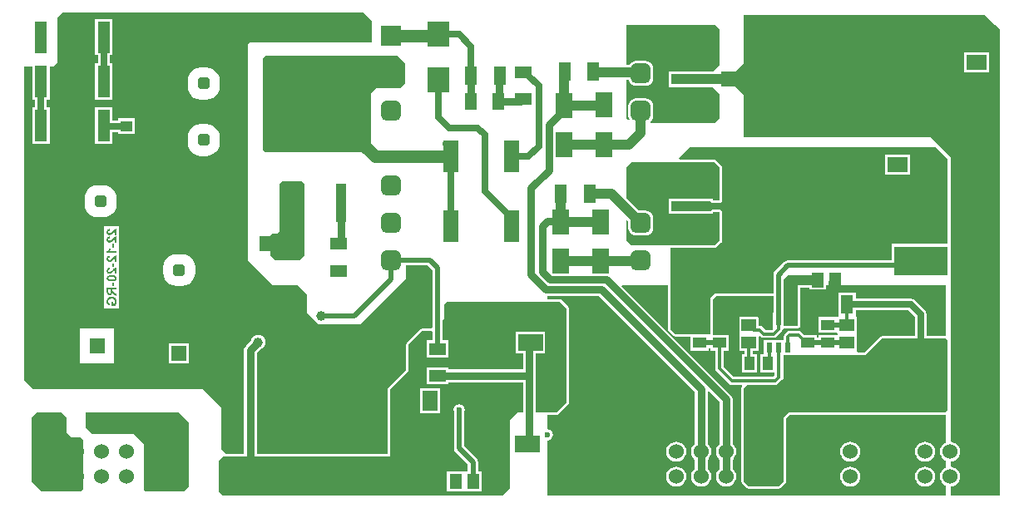
<source format=gbl>
G04*
G04 #@! TF.GenerationSoftware,Altium Limited,Altium Designer,21.0.8 (223)*
G04*
G04 Layer_Physical_Order=2*
G04 Layer_Color=16711680*
%FSLAX25Y25*%
%MOIN*%
G70*
G04*
G04 #@! TF.SameCoordinates,69C0B9D3-FBD4-4362-9A55-93ED3D7BB453*
G04*
G04*
G04 #@! TF.FilePolarity,Positive*
G04*
G01*
G75*
%ADD20R,0.21260X0.11417*%
%ADD21R,0.40158X0.35827*%
%ADD27R,0.04134X0.05315*%
%ADD28R,0.05315X0.04134*%
%ADD29R,0.04921X0.05906*%
%ADD32R,0.06890X0.04921*%
%ADD33R,0.04921X0.06890*%
%ADD66C,0.02000*%
%ADD68C,0.03000*%
%ADD70C,0.01200*%
%ADD71C,0.02953*%
%ADD72C,0.01968*%
%ADD73C,0.02500*%
%ADD74C,0.04724*%
G04:AMPARAMS|DCode=75|XSize=47.24mil|YSize=47.24mil|CornerRadius=11.81mil|HoleSize=0mil|Usage=FLASHONLY|Rotation=90.000|XOffset=0mil|YOffset=0mil|HoleType=Round|Shape=RoundedRectangle|*
%AMROUNDEDRECTD75*
21,1,0.04724,0.02362,0,0,90.0*
21,1,0.02362,0.04724,0,0,90.0*
1,1,0.02362,0.01181,0.01181*
1,1,0.02362,0.01181,-0.01181*
1,1,0.02362,-0.01181,-0.01181*
1,1,0.02362,-0.01181,0.01181*
%
%ADD75ROUNDEDRECTD75*%
%ADD76C,0.06000*%
%ADD77R,0.06000X0.06000*%
%ADD78R,0.07874X0.07874*%
G04:AMPARAMS|DCode=79|XSize=78.74mil|YSize=78.74mil|CornerRadius=19.68mil|HoleSize=0mil|Usage=FLASHONLY|Rotation=90.000|XOffset=0mil|YOffset=0mil|HoleType=Round|Shape=RoundedRectangle|*
%AMROUNDEDRECTD79*
21,1,0.07874,0.03937,0,0,90.0*
21,1,0.03937,0.07874,0,0,90.0*
1,1,0.03937,0.01968,0.01968*
1,1,0.03937,0.01968,-0.01968*
1,1,0.03937,-0.01968,-0.01968*
1,1,0.03937,-0.01968,0.01968*
%
%ADD79ROUNDEDRECTD79*%
%ADD80R,0.05906X0.05906*%
%ADD81C,0.05906*%
%ADD82C,0.03150*%
%ADD83R,0.05906X0.05906*%
G04:AMPARAMS|DCode=84|XSize=47.24mil|YSize=47.24mil|CornerRadius=11.81mil|HoleSize=0mil|Usage=FLASHONLY|Rotation=0.000|XOffset=0mil|YOffset=0mil|HoleType=Round|Shape=RoundedRectangle|*
%AMROUNDEDRECTD84*
21,1,0.04724,0.02362,0,0,0.0*
21,1,0.02362,0.04724,0,0,0.0*
1,1,0.02362,0.01181,-0.01181*
1,1,0.02362,-0.01181,-0.01181*
1,1,0.02362,-0.01181,0.01181*
1,1,0.02362,0.01181,0.01181*
%
%ADD84ROUNDEDRECTD84*%
%ADD85C,0.02362*%
%ADD86C,0.03937*%
%ADD87C,0.05000*%
%ADD88R,0.04900X0.12500*%
%ADD89R,0.06000X0.08000*%
%ADD90R,0.08000X0.06000*%
%ADD91R,0.04724X0.04331*%
%ADD92R,0.04134X0.15551*%
%ADD93R,0.09843X0.06693*%
%ADD94R,0.35827X0.40158*%
%ADD95R,0.15551X0.04134*%
%ADD96R,0.06693X0.09843*%
%ADD97R,0.04921X0.07284*%
%ADD98R,0.05984X0.12598*%
%ADD99R,0.08661X0.09843*%
%ADD100R,0.05906X0.04921*%
%ADD101R,0.13583X0.06496*%
%ADD102R,0.02362X0.03937*%
%ADD103C,0.05000*%
%ADD104C,0.03937*%
%ADD105C,0.04000*%
G36*
X448284Y410583D02*
Y396425D01*
X445532Y393673D01*
X427981D01*
Y387539D01*
X445532D01*
X448284Y384788D01*
Y375150D01*
X446315Y373181D01*
X420764D01*
X420594Y373681D01*
X420842Y373871D01*
X421318Y374491D01*
X421617Y375213D01*
X421719Y375988D01*
Y379925D01*
X421617Y380700D01*
X421318Y381422D01*
X420842Y382042D01*
X420222Y382518D01*
X419499Y382817D01*
X418725Y382919D01*
X414788D01*
X414013Y382817D01*
X413291Y382518D01*
X412670Y382042D01*
X412195Y381422D01*
X411896Y380700D01*
X411794Y379925D01*
Y375988D01*
X411896Y375213D01*
X412195Y374491D01*
X411781Y374251D01*
X410882Y375150D01*
Y390311D01*
X411883D01*
X411896Y390213D01*
X412195Y389491D01*
X412670Y388871D01*
X413291Y388395D01*
X414013Y388096D01*
X414788Y387994D01*
X418725D01*
X419499Y388096D01*
X420222Y388395D01*
X420842Y388871D01*
X421318Y389491D01*
X421617Y390213D01*
X421719Y390988D01*
Y394925D01*
X421617Y395700D01*
X421318Y396422D01*
X420842Y397042D01*
X420222Y397518D01*
X419499Y397817D01*
X418725Y397919D01*
X414788D01*
X414013Y397817D01*
X413291Y397518D01*
X412670Y397042D01*
X412195Y396422D01*
X412144Y396299D01*
X410882D01*
Y412551D01*
X446315D01*
X448284Y410583D01*
D02*
G37*
G36*
X308819Y414220D02*
Y405463D01*
X260093D01*
X259307Y404677D01*
Y318063D01*
X269150Y308221D01*
X278992D01*
X282929Y304284D01*
Y297199D01*
X287656Y292472D01*
X304583D01*
X322725Y310614D01*
Y315933D01*
X331410D01*
X333233Y314111D01*
Y291234D01*
X332625Y290626D01*
X329127D01*
X329127Y290626D01*
X328815D01*
X328737Y290548D01*
X328734Y290546D01*
X328731Y290546D01*
X328568Y290436D01*
X328406Y290327D01*
X328404Y290324D01*
X328401Y290322D01*
X323244Y285096D01*
X323158Y285038D01*
X323035Y284956D01*
X322814Y284626D01*
X322737Y284548D01*
Y284236D01*
Y274029D01*
X315673Y266965D01*
X315452Y266634D01*
X315374Y266557D01*
Y266244D01*
Y240342D01*
X262841D01*
Y280942D01*
X264270Y282371D01*
X264881Y282625D01*
X265502Y283100D01*
X265978Y283720D01*
X266277Y284442D01*
X266379Y285217D01*
X266277Y285992D01*
X265978Y286715D01*
X265502Y287335D01*
X264881Y287810D01*
X264159Y288110D01*
X263385Y288212D01*
X262610Y288110D01*
X261887Y287810D01*
X261267Y287335D01*
X260791Y286715D01*
X260492Y285992D01*
X260464Y285775D01*
X258489Y283800D01*
X257937Y282973D01*
X257743Y281998D01*
Y240342D01*
X250413D01*
X248481Y242275D01*
Y259008D01*
X241130Y266358D01*
X173217D01*
X169740Y269835D01*
Y395669D01*
X172976D01*
Y382514D01*
X174132D01*
Y379297D01*
X172976D01*
Y364797D01*
X179876D01*
Y379297D01*
X178720D01*
Y382514D01*
X179876D01*
Y395669D01*
X181315D01*
X183071Y397425D01*
Y415354D01*
X185039Y417473D01*
X305567D01*
X308819Y414220D01*
D02*
G37*
G36*
X322299Y396803D02*
Y388929D01*
X320331Y386961D01*
X310488D01*
X308615Y385088D01*
Y362500D01*
X307631Y361516D01*
X266293D01*
X265308Y362500D01*
Y398976D01*
X266233Y399902D01*
X319201D01*
X322299Y396803D01*
D02*
G37*
G36*
X448284Y355465D02*
Y342011D01*
X445532D01*
Y342784D01*
X427981D01*
Y336650D01*
X445532D01*
Y337422D01*
X448284D01*
Y325937D01*
X446315Y323969D01*
X412851D01*
X410882Y325937D01*
Y333943D01*
X411344Y334134D01*
X411794Y333685D01*
Y330988D01*
X411896Y330213D01*
X412195Y329491D01*
X412670Y328871D01*
X413291Y328395D01*
X414013Y328096D01*
X414788Y327994D01*
X418725D01*
X419499Y328096D01*
X420222Y328395D01*
X420842Y328871D01*
X421318Y329491D01*
X421617Y330213D01*
X421719Y330988D01*
Y334925D01*
X421617Y335700D01*
X421318Y336422D01*
X420842Y337042D01*
X420222Y337518D01*
X419499Y337817D01*
X418725Y337919D01*
X416028D01*
X410882Y343065D01*
Y355465D01*
X412851Y357433D01*
X446315D01*
X448284Y355465D01*
D02*
G37*
G36*
X539784Y358453D02*
Y324575D01*
X517362D01*
Y317997D01*
X475706D01*
X474925Y317842D01*
X474264Y317399D01*
X470464Y313599D01*
X470022Y312938D01*
X469867Y312783D01*
Y304850D01*
X446582D01*
X444626Y302894D01*
Y295244D01*
Y288535D01*
X430567D01*
X428599Y290504D01*
Y322949D01*
X446315D01*
X446705Y323026D01*
X447036Y323248D01*
X449005Y325216D01*
X449226Y325547D01*
X449303Y325937D01*
Y337422D01*
X449226Y337813D01*
X449005Y338143D01*
X448674Y338365D01*
X448284Y338442D01*
X445532D01*
X445142Y338365D01*
X444811Y338143D01*
X444590Y337813D01*
X444561Y337669D01*
X429000D01*
Y341764D01*
X444561D01*
X444590Y341620D01*
X444811Y341290D01*
X445142Y341069D01*
X445532Y340991D01*
X448284D01*
X448674Y341069D01*
X449005Y341290D01*
X449226Y341620D01*
X449303Y342011D01*
Y355465D01*
X449226Y355855D01*
X449005Y356186D01*
X447036Y358154D01*
X446705Y358375D01*
X446315Y358453D01*
X432240D01*
X432049Y358915D01*
X436473Y363338D01*
X534898D01*
X539784Y358453D01*
D02*
G37*
G36*
X281945Y348575D02*
Y320032D01*
X279977Y318063D01*
X270134D01*
Y318063D01*
X268166Y320032D01*
Y327906D01*
X269150Y328890D01*
X271118D01*
X272103Y329874D01*
Y348575D01*
X273087Y349559D01*
X280961D01*
X281945Y348575D01*
D02*
G37*
G36*
X487654Y308220D02*
X480275D01*
X479780Y308221D01*
X479777Y308217D01*
X479777Y307722D01*
X479777Y291869D01*
X474092D01*
X474087Y291875D01*
Y310402D01*
X475843Y312158D01*
X487654D01*
Y308220D01*
D02*
G37*
G36*
X538835Y287586D02*
X531286D01*
Y296410D01*
X531112Y297287D01*
X530615Y298032D01*
X526678Y301969D01*
X525933Y302466D01*
X525055Y302641D01*
X502827D01*
Y304988D01*
X495906D01*
Y295705D01*
X495903Y295703D01*
X495512Y295441D01*
X495089Y295244D01*
X487933D01*
Y289110D01*
X495248D01*
X495512Y288720D01*
Y288351D01*
X495248Y287961D01*
X487933D01*
Y286933D01*
X487374D01*
Y287961D01*
X482459D01*
X481082Y289337D01*
X480553Y289691D01*
X479929Y289815D01*
X476349D01*
X475725Y289691D01*
X475195Y289337D01*
X474492Y288634D01*
X474139Y288105D01*
X474015Y287481D01*
Y286090D01*
X465984D01*
Y280382D01*
X464607D01*
Y273067D01*
X470274D01*
Y271794D01*
X469797Y271316D01*
X454030D01*
X449915Y275432D01*
Y281827D01*
X451941D01*
Y287961D01*
X446000D01*
X445631Y288461D01*
X445646Y288535D01*
Y295244D01*
Y302471D01*
X447005Y303830D01*
X469867D01*
Y296917D01*
X469725D01*
Y290980D01*
X469725Y290980D01*
X469725D01*
X469606Y290511D01*
X469261Y290167D01*
X466676D01*
X465569Y291273D01*
X465040Y291627D01*
X464416Y291751D01*
X464047D01*
Y295441D01*
X456142D01*
Y288520D01*
Y281630D01*
X458463D01*
Y280382D01*
X457323D01*
Y273067D01*
X463457D01*
Y280382D01*
X461726D01*
Y281630D01*
X464047D01*
Y287528D01*
X464509Y287719D01*
X464847Y287382D01*
X465376Y287028D01*
X466000Y286904D01*
X469937D01*
X470562Y287028D01*
X471091Y287382D01*
X473059Y289350D01*
X473413Y289880D01*
X473534Y290490D01*
X473541Y290506D01*
X474037Y290861D01*
X474092Y290850D01*
X479777D01*
X480167Y290928D01*
X480498Y291148D01*
X480719Y291479D01*
X480796Y291869D01*
X480796Y307201D01*
X484193D01*
Y306236D01*
X491114D01*
Y308220D01*
X538835D01*
Y287586D01*
D02*
G37*
G36*
X526698Y295459D02*
Y287586D01*
X513244D01*
X512854Y287509D01*
X512523Y287288D01*
X506409Y281173D01*
X503522D01*
X503417Y281630D01*
X503417D01*
Y288520D01*
Y295441D01*
X503218D01*
X502827Y295705D01*
Y298052D01*
X524105D01*
X526698Y295459D01*
D02*
G37*
G36*
X386866Y298772D02*
Y260977D01*
X382929Y257039D01*
X374596D01*
Y271693D01*
Y280760D01*
X378426D01*
Y289453D01*
X366583D01*
Y280760D01*
X369498D01*
Y274242D01*
X339701D01*
Y275154D01*
X330811D01*
Y268232D01*
X339701D01*
Y269144D01*
X369498D01*
Y257039D01*
X367276D01*
X364173Y253937D01*
Y226378D01*
X361370Y223575D01*
X249465D01*
X247496Y225543D01*
Y235386D01*
X247496Y237354D01*
X249465Y239323D01*
X316394D01*
Y266244D01*
X323756Y273606D01*
Y284236D01*
X323827D01*
X329127Y289606D01*
X333048D01*
X333233Y289529D01*
Y285980D01*
X330811D01*
Y279059D01*
X339701D01*
Y285980D01*
X337279D01*
Y293838D01*
X338048Y294606D01*
Y300346D01*
X339229Y301528D01*
X384110D01*
X386866Y298772D01*
D02*
G37*
G36*
X539784Y285618D02*
Y257988D01*
X538835Y257039D01*
X477811D01*
X475843Y257039D01*
X473874Y255071D01*
Y229480D01*
X471906Y227512D01*
X460095D01*
X458126Y229480D01*
Y266882D01*
X459298Y268054D01*
X470472D01*
X471097Y268178D01*
X471626Y268531D01*
X473059Y269965D01*
X473138Y270083D01*
X473874Y270819D01*
Y280153D01*
X506831D01*
X513244Y286567D01*
X538835D01*
X539784Y285618D01*
D02*
G37*
G36*
X427579Y290504D02*
X427657Y290114D01*
X427878Y289783D01*
X429846Y287814D01*
X430177Y287593D01*
X430567Y287516D01*
X436752D01*
Y281827D01*
X444067D01*
Y282855D01*
X444626D01*
Y281827D01*
X446652D01*
Y274756D01*
X446776Y274132D01*
X447130Y273602D01*
X452201Y268531D01*
X452730Y268178D01*
X453355Y268054D01*
X457218D01*
X457293Y267873D01*
X457372Y267554D01*
X457184Y267272D01*
X457107Y266882D01*
Y242439D01*
X457064Y242336D01*
X456926Y241291D01*
X457064Y240247D01*
X457107Y240144D01*
Y232439D01*
X457064Y232336D01*
X456926Y231291D01*
X457064Y230247D01*
X457107Y230144D01*
Y229480D01*
X457184Y229090D01*
X457405Y228759D01*
X459374Y226791D01*
X459704Y226570D01*
X460095Y226492D01*
X471906D01*
X472296Y226570D01*
X472627Y226791D01*
X474595Y228759D01*
X474816Y229090D01*
X474894Y229480D01*
Y230519D01*
X474995Y231291D01*
X474894Y232064D01*
Y240519D01*
X474995Y241291D01*
X474894Y242064D01*
Y254648D01*
X476265Y256020D01*
X477811Y256020D01*
X538835D01*
X538835Y256020D01*
Y244871D01*
X538629Y244785D01*
X537793Y244144D01*
X537152Y243309D01*
X536749Y242336D01*
X536611Y241291D01*
X536749Y240247D01*
X537152Y239274D01*
X537793Y238439D01*
X538629Y237797D01*
X538835Y237712D01*
Y234871D01*
X538629Y234785D01*
X537793Y234144D01*
X537152Y233309D01*
X536749Y232336D01*
X536611Y231291D01*
X536749Y230247D01*
X537152Y229274D01*
X537793Y228439D01*
X538629Y227797D01*
X538835Y227712D01*
Y223575D01*
X379386D01*
Y245879D01*
X379386Y245879D01*
X380237Y246048D01*
X380959Y246530D01*
X381441Y247251D01*
X381610Y248102D01*
X381441Y248954D01*
X380959Y249675D01*
X380237Y250157D01*
X379386Y250326D01*
X379386Y250326D01*
Y256020D01*
X382929D01*
X383320Y256098D01*
X383650Y256318D01*
X387587Y260256D01*
X387808Y260586D01*
X387886Y260977D01*
Y298772D01*
X387808Y299162D01*
X387587Y299492D01*
X384831Y302249D01*
X384501Y302470D01*
X384110Y302547D01*
X379386D01*
Y303703D01*
X399984D01*
X438412Y265275D01*
Y244377D01*
X438108Y244144D01*
X437467Y243309D01*
X437064Y242336D01*
X436926Y241291D01*
X437064Y240247D01*
X437467Y239274D01*
X438108Y238439D01*
X438412Y238205D01*
Y234377D01*
X438108Y234144D01*
X437467Y233309D01*
X437064Y232336D01*
X436926Y231291D01*
X437064Y230247D01*
X437467Y229274D01*
X438108Y228439D01*
X438944Y227797D01*
X439917Y227394D01*
X440961Y227257D01*
X442005Y227394D01*
X442978Y227797D01*
X443814Y228439D01*
X444455Y229274D01*
X444858Y230247D01*
X444995Y231291D01*
X444858Y232336D01*
X444455Y233309D01*
X443814Y234144D01*
X443510Y234377D01*
Y238205D01*
X443814Y238439D01*
X444455Y239274D01*
X444858Y240247D01*
X444995Y241291D01*
X444858Y242336D01*
X444455Y243309D01*
X443814Y244144D01*
X443510Y244377D01*
Y265429D01*
X443972Y265620D01*
X448412Y261180D01*
Y244377D01*
X448108Y244144D01*
X447467Y243309D01*
X447064Y242336D01*
X446926Y241291D01*
X447064Y240247D01*
X447467Y239274D01*
X448108Y238439D01*
X448412Y238205D01*
Y234377D01*
X448108Y234144D01*
X447467Y233309D01*
X447064Y232336D01*
X446926Y231291D01*
X447064Y230247D01*
X447467Y229274D01*
X448108Y228439D01*
X448944Y227797D01*
X449917Y227394D01*
X450961Y227257D01*
X452005Y227394D01*
X452978Y227797D01*
X453814Y228439D01*
X454455Y229274D01*
X454858Y230247D01*
X454995Y231291D01*
X454858Y232336D01*
X454455Y233309D01*
X453814Y234144D01*
X453510Y234377D01*
Y238205D01*
X453814Y238439D01*
X454455Y239274D01*
X454858Y240247D01*
X454995Y241291D01*
X454858Y242336D01*
X454455Y243309D01*
X453814Y244144D01*
X453510Y244377D01*
Y262236D01*
X453316Y263211D01*
X452763Y264038D01*
X409043Y307758D01*
X409235Y308220D01*
X427579D01*
Y290504D01*
D02*
G37*
G36*
X235685Y253102D02*
Y227512D01*
X233717Y225543D01*
X217969Y225543D01*
X217601Y225911D01*
Y244205D01*
X213481Y248325D01*
X196955D01*
X194347Y250934D01*
Y257039D01*
X231748D01*
X235685Y253102D01*
D02*
G37*
G36*
X186473Y255071D02*
Y249165D01*
X188441Y247197D01*
X192378D01*
X193362Y246213D01*
Y226528D01*
X192378Y225543D01*
X176630D01*
X172693Y229480D01*
Y255071D01*
X174662Y257039D01*
X184504D01*
X186473Y255071D01*
D02*
G37*
G36*
X558520Y412551D02*
X560488Y410583D01*
Y223575D01*
X540803D01*
Y227278D01*
X541690Y227394D01*
X542663Y227797D01*
X543499Y228439D01*
X544140Y229274D01*
X544543Y230247D01*
X544681Y231291D01*
X544543Y232336D01*
X544140Y233309D01*
X543499Y234144D01*
X542663Y234785D01*
X541690Y235189D01*
X540803Y235305D01*
Y237278D01*
X541690Y237394D01*
X542663Y237797D01*
X543499Y238439D01*
X544140Y239274D01*
X544543Y240247D01*
X544681Y241291D01*
X544543Y242336D01*
X544140Y243309D01*
X543499Y244144D01*
X542663Y244785D01*
X541690Y245188D01*
X540803Y245305D01*
Y359401D01*
X532929Y367276D01*
X458126D01*
Y384394D01*
X454724Y387795D01*
X448819D01*
Y393701D01*
X454724D01*
X458126Y397102D01*
Y416488D01*
X554583D01*
X558520Y412551D01*
D02*
G37*
%LPC*%
G36*
X242772Y395336D02*
X240410D01*
X239057Y395158D01*
X237797Y394636D01*
X236715Y393806D01*
X235884Y392723D01*
X235362Y391463D01*
X235184Y390110D01*
Y387748D01*
X235362Y386396D01*
X235884Y385135D01*
X236715Y384053D01*
X237797Y383222D01*
X239057Y382700D01*
X240410Y382522D01*
X242772D01*
X244125Y382700D01*
X245385Y383222D01*
X246467Y384053D01*
X247298Y385135D01*
X247820Y386396D01*
X247998Y387748D01*
Y390110D01*
X247820Y391463D01*
X247298Y392723D01*
X246467Y393806D01*
X245385Y394636D01*
X244125Y395158D01*
X242772Y395336D01*
D02*
G37*
G36*
X204976Y414730D02*
X198076D01*
Y400230D01*
X199232D01*
Y397014D01*
X198076D01*
Y382514D01*
X204976D01*
Y397014D01*
X203820D01*
Y400230D01*
X204976D01*
Y414730D01*
D02*
G37*
G36*
Y379297D02*
X198076D01*
Y364797D01*
X204976D01*
Y369556D01*
X207268D01*
Y368685D01*
X213992D01*
Y375016D01*
X207268D01*
Y374145D01*
X204976D01*
Y379297D01*
D02*
G37*
G36*
X242772Y372698D02*
X240410D01*
X239057Y372520D01*
X237797Y371998D01*
X236715Y371168D01*
X235884Y370085D01*
X235362Y368825D01*
X235184Y367473D01*
Y365110D01*
X235362Y363758D01*
X235884Y362497D01*
X236715Y361415D01*
X237797Y360585D01*
X239057Y360063D01*
X240410Y359885D01*
X242772D01*
X244125Y360063D01*
X245385Y360585D01*
X246467Y361415D01*
X247298Y362497D01*
X247820Y363758D01*
X247998Y365110D01*
Y367473D01*
X247820Y368825D01*
X247298Y370085D01*
X246467Y371168D01*
X245385Y371998D01*
X244125Y372520D01*
X242772Y372698D01*
D02*
G37*
G36*
X201433Y348092D02*
X199071D01*
X197719Y347914D01*
X196458Y347392D01*
X195376Y346561D01*
X194545Y345479D01*
X194023Y344219D01*
X193845Y342866D01*
Y340504D01*
X194023Y339152D01*
X194545Y337891D01*
X195376Y336809D01*
X196458Y335978D01*
X197719Y335456D01*
X199071Y335278D01*
X201433D01*
X202786Y335456D01*
X204046Y335978D01*
X205129Y336809D01*
X205959Y337891D01*
X206481Y339152D01*
X206659Y340504D01*
Y342866D01*
X206481Y344219D01*
X205959Y345479D01*
X205129Y346561D01*
X204046Y347392D01*
X202786Y347914D01*
X201433Y348092D01*
D02*
G37*
G36*
X232929Y320533D02*
X230567D01*
X229215Y320355D01*
X227954Y319833D01*
X226872Y319002D01*
X226042Y317920D01*
X225519Y316660D01*
X225341Y315307D01*
Y312945D01*
X225519Y311592D01*
X226042Y310332D01*
X226872Y309250D01*
X227954Y308419D01*
X229215Y307897D01*
X230567Y307719D01*
X232929D01*
X234282Y307897D01*
X235542Y308419D01*
X236625Y309250D01*
X237455Y310332D01*
X237977Y311592D01*
X238155Y312945D01*
Y315307D01*
X237977Y316660D01*
X237455Y317920D01*
X236625Y319002D01*
X235542Y319833D01*
X234282Y320355D01*
X232929Y320533D01*
D02*
G37*
G36*
X207693Y331709D02*
X201708D01*
Y298845D01*
X207693D01*
Y331709D01*
D02*
G37*
G36*
X235701Y284614D02*
X227796D01*
Y276709D01*
X235701D01*
Y284614D01*
D02*
G37*
G36*
X205788Y290559D02*
X191882D01*
Y276654D01*
X205788D01*
Y290559D01*
D02*
G37*
%LPD*%
G36*
X206621Y328128D02*
X205938D01*
Y329593D01*
X205866Y329549D01*
X205805Y329499D01*
X205777Y329477D01*
X205755Y329460D01*
X205744Y329449D01*
X205738Y329443D01*
X205716Y329421D01*
X205688Y329399D01*
X205627Y329332D01*
X205555Y329260D01*
X205483Y329188D01*
X205416Y329116D01*
X205361Y329055D01*
X205339Y329033D01*
X205322Y329016D01*
X205316Y329005D01*
X205311Y328999D01*
X205194Y328877D01*
X205100Y328777D01*
X205011Y328694D01*
X204945Y328627D01*
X204889Y328577D01*
X204850Y328544D01*
X204823Y328522D01*
X204817Y328516D01*
X204723Y328444D01*
X204634Y328383D01*
X204551Y328333D01*
X204479Y328294D01*
X204417Y328261D01*
X204367Y328239D01*
X204340Y328228D01*
X204329Y328222D01*
X204240Y328189D01*
X204151Y328167D01*
X204068Y328150D01*
X203990Y328139D01*
X203929Y328134D01*
X203879Y328128D01*
X203846D01*
X203835D01*
X203751Y328134D01*
X203668Y328145D01*
X203590Y328156D01*
X203518Y328178D01*
X203391Y328233D01*
X203280Y328289D01*
X203230Y328322D01*
X203191Y328350D01*
X203152Y328378D01*
X203124Y328405D01*
X203102Y328428D01*
X203080Y328439D01*
X203074Y328450D01*
X203069Y328455D01*
X203013Y328516D01*
X202963Y328589D01*
X202924Y328655D01*
X202891Y328733D01*
X202836Y328877D01*
X202797Y329022D01*
X202786Y329088D01*
X202775Y329149D01*
X202769Y329205D01*
X202764Y329255D01*
X202758Y329293D01*
Y329349D01*
X202764Y329443D01*
X202769Y329532D01*
X202797Y329704D01*
X202841Y329848D01*
X202863Y329915D01*
X202891Y329976D01*
X202913Y330032D01*
X202941Y330076D01*
X202963Y330120D01*
X202980Y330154D01*
X203002Y330181D01*
X203013Y330198D01*
X203019Y330209D01*
X203024Y330215D01*
X203080Y330276D01*
X203135Y330331D01*
X203202Y330381D01*
X203274Y330426D01*
X203418Y330492D01*
X203557Y330548D01*
X203629Y330564D01*
X203690Y330581D01*
X203746Y330598D01*
X203796Y330603D01*
X203840Y330614D01*
X203868D01*
X203890Y330620D01*
X203896D01*
X203968Y329887D01*
X203857Y329876D01*
X203763Y329854D01*
X203679Y329832D01*
X203618Y329804D01*
X203568Y329782D01*
X203535Y329760D01*
X203513Y329743D01*
X203507Y329737D01*
X203463Y329682D01*
X203430Y329621D01*
X203402Y329560D01*
X203385Y329499D01*
X203374Y329449D01*
X203368Y329404D01*
Y329366D01*
X203374Y329282D01*
X203391Y329210D01*
X203413Y329149D01*
X203435Y329094D01*
X203457Y329055D01*
X203480Y329022D01*
X203496Y329005D01*
X203502Y328999D01*
X203557Y328955D01*
X203618Y328922D01*
X203679Y328899D01*
X203740Y328883D01*
X203796Y328872D01*
X203846Y328866D01*
X203873D01*
X203879D01*
X203885D01*
X203968Y328872D01*
X204046Y328888D01*
X204123Y328916D01*
X204190Y328944D01*
X204251Y328972D01*
X204295Y328999D01*
X204323Y329016D01*
X204334Y329022D01*
X204367Y329044D01*
X204406Y329077D01*
X204456Y329121D01*
X204501Y329166D01*
X204606Y329266D01*
X204712Y329366D01*
X204812Y329466D01*
X204856Y329510D01*
X204889Y329554D01*
X204923Y329588D01*
X204945Y329610D01*
X204961Y329626D01*
X204967Y329632D01*
X205072Y329743D01*
X205172Y329843D01*
X205267Y329937D01*
X205350Y330020D01*
X205433Y330098D01*
X205511Y330165D01*
X205577Y330226D01*
X205644Y330276D01*
X205699Y330320D01*
X205749Y330359D01*
X205788Y330392D01*
X205827Y330415D01*
X205849Y330437D01*
X205872Y330448D01*
X205883Y330459D01*
X205888D01*
X206016Y330531D01*
X206149Y330587D01*
X206271Y330631D01*
X206382Y330664D01*
X206482Y330686D01*
X206521Y330692D01*
X206554Y330698D01*
X206582Y330703D01*
X206604Y330709D01*
X206615D01*
X206621D01*
Y328128D01*
D02*
G37*
G36*
Y325142D02*
X205938D01*
Y326607D01*
X205866Y326563D01*
X205805Y326513D01*
X205777Y326491D01*
X205755Y326474D01*
X205744Y326463D01*
X205738Y326457D01*
X205716Y326435D01*
X205688Y326413D01*
X205627Y326346D01*
X205555Y326274D01*
X205483Y326202D01*
X205416Y326130D01*
X205361Y326069D01*
X205339Y326047D01*
X205322Y326030D01*
X205316Y326019D01*
X205311Y326013D01*
X205194Y325891D01*
X205100Y325791D01*
X205011Y325708D01*
X204945Y325641D01*
X204889Y325592D01*
X204850Y325558D01*
X204823Y325536D01*
X204817Y325531D01*
X204723Y325458D01*
X204634Y325397D01*
X204551Y325347D01*
X204479Y325308D01*
X204417Y325275D01*
X204367Y325253D01*
X204340Y325242D01*
X204329Y325236D01*
X204240Y325203D01*
X204151Y325181D01*
X204068Y325164D01*
X203990Y325153D01*
X203929Y325148D01*
X203879Y325142D01*
X203846D01*
X203835D01*
X203751Y325148D01*
X203668Y325159D01*
X203590Y325170D01*
X203518Y325192D01*
X203391Y325248D01*
X203280Y325303D01*
X203230Y325336D01*
X203191Y325364D01*
X203152Y325392D01*
X203124Y325419D01*
X203102Y325442D01*
X203080Y325453D01*
X203074Y325464D01*
X203069Y325469D01*
X203013Y325531D01*
X202963Y325603D01*
X202924Y325669D01*
X202891Y325747D01*
X202836Y325891D01*
X202797Y326036D01*
X202786Y326102D01*
X202775Y326163D01*
X202769Y326219D01*
X202764Y326269D01*
X202758Y326308D01*
Y326363D01*
X202764Y326457D01*
X202769Y326546D01*
X202797Y326718D01*
X202841Y326863D01*
X202863Y326929D01*
X202891Y326990D01*
X202913Y327046D01*
X202941Y327090D01*
X202963Y327134D01*
X202980Y327168D01*
X203002Y327196D01*
X203013Y327212D01*
X203019Y327223D01*
X203024Y327229D01*
X203080Y327290D01*
X203135Y327345D01*
X203202Y327395D01*
X203274Y327440D01*
X203418Y327506D01*
X203557Y327562D01*
X203629Y327578D01*
X203690Y327595D01*
X203746Y327612D01*
X203796Y327617D01*
X203840Y327628D01*
X203868D01*
X203890Y327634D01*
X203896D01*
X203968Y326901D01*
X203857Y326890D01*
X203763Y326868D01*
X203679Y326846D01*
X203618Y326818D01*
X203568Y326796D01*
X203535Y326774D01*
X203513Y326757D01*
X203507Y326751D01*
X203463Y326696D01*
X203430Y326635D01*
X203402Y326574D01*
X203385Y326513D01*
X203374Y326463D01*
X203368Y326418D01*
Y326380D01*
X203374Y326296D01*
X203391Y326224D01*
X203413Y326163D01*
X203435Y326108D01*
X203457Y326069D01*
X203480Y326036D01*
X203496Y326019D01*
X203502Y326013D01*
X203557Y325969D01*
X203618Y325936D01*
X203679Y325914D01*
X203740Y325897D01*
X203796Y325886D01*
X203846Y325880D01*
X203873D01*
X203879D01*
X203885D01*
X203968Y325886D01*
X204046Y325902D01*
X204123Y325930D01*
X204190Y325958D01*
X204251Y325986D01*
X204295Y326013D01*
X204323Y326030D01*
X204334Y326036D01*
X204367Y326058D01*
X204406Y326091D01*
X204456Y326135D01*
X204501Y326180D01*
X204606Y326280D01*
X204712Y326380D01*
X204812Y326480D01*
X204856Y326524D01*
X204889Y326568D01*
X204923Y326602D01*
X204945Y326624D01*
X204961Y326641D01*
X204967Y326646D01*
X205072Y326757D01*
X205172Y326857D01*
X205267Y326951D01*
X205350Y327035D01*
X205433Y327112D01*
X205511Y327179D01*
X205577Y327240D01*
X205644Y327290D01*
X205699Y327334D01*
X205749Y327373D01*
X205788Y327406D01*
X205827Y327429D01*
X205849Y327451D01*
X205872Y327462D01*
X205883Y327473D01*
X205888D01*
X206016Y327545D01*
X206149Y327601D01*
X206271Y327645D01*
X206382Y327678D01*
X206482Y327701D01*
X206521Y327706D01*
X206554Y327712D01*
X206582Y327717D01*
X206604Y327723D01*
X206615D01*
X206621D01*
Y325142D01*
D02*
G37*
G36*
X205594Y323122D02*
X204856D01*
Y324570D01*
X205594D01*
Y323122D01*
D02*
G37*
G36*
X204317Y322461D02*
X204234Y322284D01*
X204190Y322200D01*
X204140Y322123D01*
X204096Y322051D01*
X204051Y321984D01*
X204007Y321923D01*
X203968Y321867D01*
X203935Y321823D01*
X203901Y321784D01*
X203873Y321751D01*
X203857Y321729D01*
X203846Y321718D01*
X203840Y321712D01*
X206621D01*
Y320974D01*
X202758D01*
Y321573D01*
X202886Y321629D01*
X203002Y321701D01*
X203113Y321779D01*
X203202Y321856D01*
X203274Y321923D01*
X203330Y321984D01*
X203352Y322006D01*
X203368Y322023D01*
X203374Y322034D01*
X203380Y322040D01*
X203468Y322162D01*
X203546Y322278D01*
X203607Y322384D01*
X203651Y322478D01*
X203685Y322556D01*
X203713Y322611D01*
X203718Y322633D01*
X203724Y322650D01*
X203729Y322656D01*
Y322661D01*
X204395D01*
X204317Y322461D01*
D02*
G37*
G36*
X206621Y317383D02*
X205938D01*
Y318848D01*
X205866Y318804D01*
X205805Y318754D01*
X205777Y318732D01*
X205755Y318715D01*
X205744Y318704D01*
X205738Y318699D01*
X205716Y318676D01*
X205688Y318654D01*
X205627Y318587D01*
X205555Y318515D01*
X205483Y318443D01*
X205416Y318371D01*
X205361Y318310D01*
X205339Y318288D01*
X205322Y318271D01*
X205316Y318260D01*
X205311Y318254D01*
X205194Y318132D01*
X205100Y318033D01*
X205011Y317949D01*
X204945Y317883D01*
X204889Y317833D01*
X204850Y317799D01*
X204823Y317777D01*
X204817Y317772D01*
X204723Y317700D01*
X204634Y317638D01*
X204551Y317588D01*
X204479Y317550D01*
X204417Y317516D01*
X204367Y317494D01*
X204340Y317483D01*
X204329Y317477D01*
X204240Y317444D01*
X204151Y317422D01*
X204068Y317405D01*
X203990Y317394D01*
X203929Y317389D01*
X203879Y317383D01*
X203846D01*
X203835D01*
X203751Y317389D01*
X203668Y317400D01*
X203590Y317411D01*
X203518Y317433D01*
X203391Y317489D01*
X203280Y317544D01*
X203230Y317577D01*
X203191Y317605D01*
X203152Y317633D01*
X203124Y317661D01*
X203102Y317683D01*
X203080Y317694D01*
X203074Y317705D01*
X203069Y317711D01*
X203013Y317772D01*
X202963Y317844D01*
X202924Y317910D01*
X202891Y317988D01*
X202836Y318132D01*
X202797Y318277D01*
X202786Y318343D01*
X202775Y318404D01*
X202769Y318460D01*
X202764Y318510D01*
X202758Y318549D01*
Y318604D01*
X202764Y318699D01*
X202769Y318787D01*
X202797Y318959D01*
X202841Y319104D01*
X202863Y319170D01*
X202891Y319231D01*
X202913Y319287D01*
X202941Y319331D01*
X202963Y319376D01*
X202980Y319409D01*
X203002Y319437D01*
X203013Y319453D01*
X203019Y319464D01*
X203024Y319470D01*
X203080Y319531D01*
X203135Y319586D01*
X203202Y319636D01*
X203274Y319681D01*
X203418Y319747D01*
X203557Y319803D01*
X203629Y319820D01*
X203690Y319836D01*
X203746Y319853D01*
X203796Y319858D01*
X203840Y319869D01*
X203868D01*
X203890Y319875D01*
X203896D01*
X203968Y319143D01*
X203857Y319131D01*
X203763Y319109D01*
X203679Y319087D01*
X203618Y319059D01*
X203568Y319037D01*
X203535Y319015D01*
X203513Y318998D01*
X203507Y318993D01*
X203463Y318937D01*
X203430Y318876D01*
X203402Y318815D01*
X203385Y318754D01*
X203374Y318704D01*
X203368Y318660D01*
Y318621D01*
X203374Y318537D01*
X203391Y318465D01*
X203413Y318404D01*
X203435Y318349D01*
X203457Y318310D01*
X203480Y318277D01*
X203496Y318260D01*
X203502Y318254D01*
X203557Y318210D01*
X203618Y318177D01*
X203679Y318155D01*
X203740Y318138D01*
X203796Y318127D01*
X203846Y318121D01*
X203873D01*
X203879D01*
X203885D01*
X203968Y318127D01*
X204046Y318144D01*
X204123Y318171D01*
X204190Y318199D01*
X204251Y318227D01*
X204295Y318254D01*
X204323Y318271D01*
X204334Y318277D01*
X204367Y318299D01*
X204406Y318332D01*
X204456Y318377D01*
X204501Y318421D01*
X204606Y318521D01*
X204712Y318621D01*
X204812Y318721D01*
X204856Y318765D01*
X204889Y318810D01*
X204923Y318843D01*
X204945Y318865D01*
X204961Y318882D01*
X204967Y318887D01*
X205072Y318998D01*
X205172Y319098D01*
X205267Y319192D01*
X205350Y319276D01*
X205433Y319353D01*
X205511Y319420D01*
X205577Y319481D01*
X205644Y319531D01*
X205699Y319575D01*
X205749Y319614D01*
X205788Y319648D01*
X205827Y319670D01*
X205849Y319692D01*
X205872Y319703D01*
X205883Y319714D01*
X205888D01*
X206016Y319786D01*
X206149Y319842D01*
X206271Y319886D01*
X206382Y319919D01*
X206482Y319942D01*
X206521Y319947D01*
X206554Y319953D01*
X206582Y319958D01*
X206604Y319964D01*
X206615D01*
X206621D01*
Y317383D01*
D02*
G37*
G36*
X205594Y315363D02*
X204856D01*
Y316811D01*
X205594D01*
Y315363D01*
D02*
G37*
G36*
X206621Y312610D02*
X205938D01*
Y314075D01*
X205866Y314031D01*
X205805Y313981D01*
X205777Y313959D01*
X205755Y313942D01*
X205744Y313931D01*
X205738Y313926D01*
X205716Y313903D01*
X205688Y313881D01*
X205627Y313814D01*
X205555Y313742D01*
X205483Y313670D01*
X205416Y313598D01*
X205361Y313537D01*
X205339Y313515D01*
X205322Y313498D01*
X205316Y313487D01*
X205311Y313481D01*
X205194Y313359D01*
X205100Y313260D01*
X205011Y313176D01*
X204945Y313110D01*
X204889Y313060D01*
X204850Y313026D01*
X204823Y313004D01*
X204817Y312999D01*
X204723Y312927D01*
X204634Y312865D01*
X204551Y312815D01*
X204479Y312777D01*
X204417Y312743D01*
X204367Y312721D01*
X204340Y312710D01*
X204329Y312704D01*
X204240Y312671D01*
X204151Y312649D01*
X204068Y312632D01*
X203990Y312621D01*
X203929Y312616D01*
X203879Y312610D01*
X203846D01*
X203835D01*
X203751Y312616D01*
X203668Y312627D01*
X203590Y312638D01*
X203518Y312660D01*
X203391Y312716D01*
X203280Y312771D01*
X203230Y312804D01*
X203191Y312832D01*
X203152Y312860D01*
X203124Y312888D01*
X203102Y312910D01*
X203080Y312921D01*
X203074Y312932D01*
X203069Y312938D01*
X203013Y312999D01*
X202963Y313071D01*
X202924Y313137D01*
X202891Y313215D01*
X202836Y313359D01*
X202797Y313504D01*
X202786Y313570D01*
X202775Y313631D01*
X202769Y313687D01*
X202764Y313737D01*
X202758Y313776D01*
Y313831D01*
X202764Y313926D01*
X202769Y314014D01*
X202797Y314186D01*
X202841Y314331D01*
X202863Y314397D01*
X202891Y314458D01*
X202913Y314514D01*
X202941Y314558D01*
X202963Y314603D01*
X202980Y314636D01*
X203002Y314664D01*
X203013Y314680D01*
X203019Y314691D01*
X203024Y314697D01*
X203080Y314758D01*
X203135Y314813D01*
X203202Y314863D01*
X203274Y314908D01*
X203418Y314974D01*
X203557Y315030D01*
X203629Y315047D01*
X203690Y315063D01*
X203746Y315080D01*
X203796Y315085D01*
X203840Y315096D01*
X203868D01*
X203890Y315102D01*
X203896D01*
X203968Y314370D01*
X203857Y314358D01*
X203763Y314336D01*
X203679Y314314D01*
X203618Y314286D01*
X203568Y314264D01*
X203535Y314242D01*
X203513Y314225D01*
X203507Y314220D01*
X203463Y314164D01*
X203430Y314103D01*
X203402Y314042D01*
X203385Y313981D01*
X203374Y313931D01*
X203368Y313887D01*
Y313848D01*
X203374Y313765D01*
X203391Y313692D01*
X203413Y313631D01*
X203435Y313576D01*
X203457Y313537D01*
X203480Y313504D01*
X203496Y313487D01*
X203502Y313481D01*
X203557Y313437D01*
X203618Y313404D01*
X203679Y313382D01*
X203740Y313365D01*
X203796Y313354D01*
X203846Y313348D01*
X203873D01*
X203879D01*
X203885D01*
X203968Y313354D01*
X204046Y313370D01*
X204123Y313398D01*
X204190Y313426D01*
X204251Y313454D01*
X204295Y313481D01*
X204323Y313498D01*
X204334Y313504D01*
X204367Y313526D01*
X204406Y313559D01*
X204456Y313604D01*
X204501Y313648D01*
X204606Y313748D01*
X204712Y313848D01*
X204812Y313948D01*
X204856Y313992D01*
X204889Y314036D01*
X204923Y314070D01*
X204945Y314092D01*
X204961Y314109D01*
X204967Y314114D01*
X205072Y314225D01*
X205172Y314325D01*
X205267Y314419D01*
X205350Y314503D01*
X205433Y314580D01*
X205511Y314647D01*
X205577Y314708D01*
X205644Y314758D01*
X205699Y314802D01*
X205749Y314841D01*
X205788Y314875D01*
X205827Y314897D01*
X205849Y314919D01*
X205872Y314930D01*
X205883Y314941D01*
X205888D01*
X206016Y315013D01*
X206149Y315069D01*
X206271Y315113D01*
X206382Y315146D01*
X206482Y315169D01*
X206521Y315174D01*
X206554Y315180D01*
X206582Y315185D01*
X206604Y315191D01*
X206615D01*
X206621D01*
Y312610D01*
D02*
G37*
G36*
X204923Y312105D02*
X205106Y312094D01*
X205278Y312077D01*
X205433Y312055D01*
X205572Y312033D01*
X205699Y312005D01*
X205810Y311972D01*
X205910Y311939D01*
X205994Y311911D01*
X206071Y311877D01*
X206132Y311850D01*
X206182Y311822D01*
X206216Y311805D01*
X206243Y311789D01*
X206260Y311778D01*
X206266Y311772D01*
X206343Y311705D01*
X206404Y311633D01*
X206465Y311561D01*
X206510Y311484D01*
X206554Y311411D01*
X206588Y311334D01*
X206615Y311262D01*
X206637Y311189D01*
X206660Y311123D01*
X206671Y311062D01*
X206682Y311006D01*
X206687Y310962D01*
Y310923D01*
X206693Y310890D01*
Y310867D01*
X206687Y310768D01*
X206676Y310673D01*
X206654Y310579D01*
X206632Y310496D01*
X206604Y310418D01*
X206571Y310346D01*
X206532Y310285D01*
X206493Y310224D01*
X206460Y310174D01*
X206421Y310124D01*
X206388Y310085D01*
X206360Y310052D01*
X206338Y310029D01*
X206315Y310013D01*
X206304Y310002D01*
X206299Y309996D01*
X206205Y309929D01*
X206094Y309874D01*
X205977Y309819D01*
X205849Y309780D01*
X205722Y309741D01*
X205594Y309713D01*
X205461Y309685D01*
X205333Y309663D01*
X205211Y309652D01*
X205100Y309641D01*
X204995Y309630D01*
X204906Y309624D01*
X204834Y309619D01*
X204778D01*
X204756D01*
X204739D01*
X204734D01*
X204728D01*
X204528Y309624D01*
X204345Y309635D01*
X204179Y309652D01*
X204023Y309680D01*
X203879Y309707D01*
X203751Y309735D01*
X203635Y309774D01*
X203535Y309807D01*
X203441Y309841D01*
X203368Y309874D01*
X203302Y309907D01*
X203246Y309935D01*
X203207Y309963D01*
X203180Y309979D01*
X203163Y309991D01*
X203158Y309996D01*
X203085Y310057D01*
X203024Y310124D01*
X202974Y310196D01*
X202924Y310268D01*
X202886Y310340D01*
X202858Y310412D01*
X202830Y310479D01*
X202808Y310551D01*
X202791Y310618D01*
X202780Y310673D01*
X202769Y310729D01*
X202764Y310773D01*
X202758Y310812D01*
Y310867D01*
X202764Y310967D01*
X202775Y311062D01*
X202797Y311156D01*
X202819Y311239D01*
X202852Y311317D01*
X202886Y311389D01*
X202919Y311450D01*
X202958Y311511D01*
X202997Y311561D01*
X203030Y311611D01*
X203063Y311650D01*
X203097Y311678D01*
X203119Y311705D01*
X203141Y311722D01*
X203152Y311733D01*
X203158Y311739D01*
X203252Y311805D01*
X203363Y311861D01*
X203480Y311911D01*
X203602Y311955D01*
X203729Y311988D01*
X203862Y312022D01*
X203990Y312044D01*
X204118Y312066D01*
X204240Y312077D01*
X204351Y312088D01*
X204456Y312100D01*
X204545Y312105D01*
X204617Y312111D01*
X204673D01*
X204695D01*
X204712D01*
X204717D01*
X204723D01*
X204923Y312105D01*
D02*
G37*
G36*
X205594Y307604D02*
X204856D01*
Y309053D01*
X205594D01*
Y307604D01*
D02*
G37*
G36*
X206621Y306394D02*
X205017D01*
Y306144D01*
X205022Y306067D01*
X205028Y306000D01*
X205039Y305945D01*
X205045Y305900D01*
X205056Y305872D01*
X205061Y305856D01*
Y305850D01*
X205083Y305806D01*
X205106Y305761D01*
X205133Y305723D01*
X205156Y305684D01*
X205183Y305656D01*
X205205Y305634D01*
X205217Y305623D01*
X205222Y305617D01*
X205250Y305595D01*
X205278Y305567D01*
X205361Y305506D01*
X205450Y305439D01*
X205550Y305367D01*
X205638Y305306D01*
X205683Y305279D01*
X205716Y305256D01*
X205744Y305234D01*
X205766Y305218D01*
X205783Y305212D01*
X205788Y305206D01*
X206621Y304651D01*
Y303719D01*
X205872Y304191D01*
X205794Y304241D01*
X205716Y304291D01*
X205649Y304335D01*
X205589Y304380D01*
X205533Y304418D01*
X205477Y304452D01*
X205394Y304518D01*
X205328Y304568D01*
X205283Y304602D01*
X205256Y304629D01*
X205250Y304635D01*
X205183Y304696D01*
X205122Y304768D01*
X205072Y304835D01*
X205022Y304901D01*
X204983Y304957D01*
X204956Y305001D01*
X204934Y305034D01*
X204928Y305040D01*
Y305046D01*
X204911Y304951D01*
X204889Y304868D01*
X204867Y304790D01*
X204839Y304713D01*
X204812Y304646D01*
X204784Y304585D01*
X204756Y304524D01*
X204723Y304474D01*
X204695Y304429D01*
X204667Y304391D01*
X204639Y304357D01*
X204617Y304335D01*
X204601Y304313D01*
X204584Y304296D01*
X204578Y304291D01*
X204573Y304285D01*
X204517Y304241D01*
X204462Y304202D01*
X204340Y304135D01*
X204223Y304091D01*
X204107Y304063D01*
X204007Y304041D01*
X203968Y304035D01*
X203929D01*
X203901Y304030D01*
X203873D01*
X203862D01*
X203857D01*
X203735Y304035D01*
X203618Y304058D01*
X203518Y304085D01*
X203430Y304113D01*
X203357Y304146D01*
X203302Y304174D01*
X203285Y304185D01*
X203269Y304196D01*
X203263Y304202D01*
X203257D01*
X203163Y304269D01*
X203085Y304341D01*
X203024Y304413D01*
X202969Y304485D01*
X202936Y304552D01*
X202908Y304602D01*
X202891Y304635D01*
X202886Y304640D01*
Y304646D01*
X202869Y304701D01*
X202852Y304762D01*
X202825Y304901D01*
X202808Y305051D01*
X202791Y305195D01*
Y305268D01*
X202786Y305328D01*
Y305390D01*
X202780Y305439D01*
Y307171D01*
X206621D01*
Y306394D01*
D02*
G37*
G36*
X204895Y303425D02*
X205083Y303403D01*
X205256Y303364D01*
X205339Y303347D01*
X205411Y303325D01*
X205477Y303303D01*
X205539Y303286D01*
X205589Y303264D01*
X205633Y303247D01*
X205666Y303236D01*
X205694Y303225D01*
X205711Y303214D01*
X205716D01*
X205883Y303120D01*
X206027Y303014D01*
X206155Y302903D01*
X206255Y302792D01*
X206299Y302742D01*
X206338Y302692D01*
X206371Y302653D01*
X206393Y302615D01*
X206415Y302587D01*
X206432Y302559D01*
X206438Y302548D01*
X206443Y302542D01*
X206488Y302454D01*
X206526Y302370D01*
X206588Y302187D01*
X206632Y302010D01*
X206660Y301849D01*
X206671Y301771D01*
X206682Y301704D01*
X206687Y301643D01*
Y301588D01*
X206693Y301549D01*
Y301488D01*
X206687Y301310D01*
X206665Y301144D01*
X206637Y300983D01*
X206604Y300844D01*
X206588Y300783D01*
X206571Y300728D01*
X206554Y300678D01*
X206543Y300633D01*
X206532Y300600D01*
X206521Y300578D01*
X206515Y300561D01*
Y300555D01*
X206449Y300389D01*
X206377Y300250D01*
X206304Y300128D01*
X206243Y300023D01*
X206188Y299945D01*
X206166Y299917D01*
X206143Y299889D01*
X206127Y299873D01*
X206116Y299856D01*
X206105Y299845D01*
X204562D01*
Y301516D01*
X205211D01*
Y300628D01*
X205705D01*
X205755Y300694D01*
X205799Y300766D01*
X205838Y300839D01*
X205872Y300905D01*
X205899Y300961D01*
X205922Y301011D01*
X205933Y301038D01*
X205938Y301044D01*
Y301049D01*
X205971Y301138D01*
X205994Y301227D01*
X206010Y301310D01*
X206021Y301382D01*
X206027Y301449D01*
X206032Y301494D01*
Y301538D01*
X206027Y301627D01*
X206016Y301715D01*
X205999Y301793D01*
X205977Y301871D01*
X205922Y302010D01*
X205894Y302065D01*
X205860Y302121D01*
X205827Y302171D01*
X205799Y302215D01*
X205766Y302248D01*
X205744Y302282D01*
X205722Y302304D01*
X205705Y302320D01*
X205694Y302331D01*
X205688Y302337D01*
X205622Y302387D01*
X205544Y302437D01*
X205466Y302476D01*
X205383Y302509D01*
X205211Y302565D01*
X205045Y302598D01*
X204967Y302609D01*
X204889Y302620D01*
X204828Y302626D01*
X204767Y302631D01*
X204723Y302637D01*
X204684D01*
X204662D01*
X204656D01*
X204539Y302631D01*
X204434Y302626D01*
X204329Y302609D01*
X204234Y302592D01*
X204151Y302570D01*
X204073Y302542D01*
X204001Y302515D01*
X203935Y302487D01*
X203879Y302465D01*
X203829Y302437D01*
X203790Y302409D01*
X203757Y302387D01*
X203729Y302370D01*
X203713Y302354D01*
X203701Y302348D01*
X203696Y302343D01*
X203640Y302282D01*
X203585Y302221D01*
X203546Y302154D01*
X203507Y302087D01*
X203474Y302021D01*
X203446Y301954D01*
X203407Y301827D01*
X203396Y301765D01*
X203385Y301710D01*
X203380Y301660D01*
X203374Y301616D01*
X203368Y301582D01*
Y301532D01*
X203374Y301410D01*
X203396Y301305D01*
X203418Y301210D01*
X203452Y301127D01*
X203480Y301066D01*
X203507Y301016D01*
X203529Y300988D01*
X203535Y300977D01*
X203602Y300900D01*
X203674Y300833D01*
X203746Y300778D01*
X203818Y300739D01*
X203885Y300705D01*
X203935Y300683D01*
X203968Y300672D01*
X203973Y300666D01*
X203979D01*
X203835Y299895D01*
X203740Y299917D01*
X203646Y299951D01*
X203563Y299984D01*
X203485Y300028D01*
X203407Y300067D01*
X203341Y300112D01*
X203280Y300156D01*
X203224Y300200D01*
X203174Y300245D01*
X203130Y300284D01*
X203091Y300317D01*
X203063Y300350D01*
X203041Y300378D01*
X203019Y300400D01*
X203013Y300411D01*
X203008Y300417D01*
X202952Y300495D01*
X202908Y300578D01*
X202869Y300666D01*
X202836Y300761D01*
X202780Y300944D01*
X202747Y301122D01*
X202730Y301205D01*
X202725Y301283D01*
X202719Y301355D01*
X202714Y301416D01*
X202708Y301466D01*
Y301532D01*
X202714Y301732D01*
X202736Y301910D01*
X202752Y301987D01*
X202769Y302065D01*
X202786Y302137D01*
X202802Y302198D01*
X202825Y302254D01*
X202841Y302309D01*
X202858Y302348D01*
X202869Y302387D01*
X202886Y302415D01*
X202891Y302437D01*
X202902Y302448D01*
Y302454D01*
X203002Y302626D01*
X203063Y302698D01*
X203119Y302770D01*
X203180Y302837D01*
X203241Y302898D01*
X203302Y302953D01*
X203357Y303003D01*
X203413Y303042D01*
X203463Y303081D01*
X203507Y303114D01*
X203546Y303142D01*
X203579Y303158D01*
X203602Y303175D01*
X203618Y303181D01*
X203624Y303186D01*
X203713Y303231D01*
X203801Y303270D01*
X203984Y303330D01*
X204168Y303375D01*
X204329Y303403D01*
X204406Y303414D01*
X204473Y303425D01*
X204534Y303430D01*
X204590D01*
X204628Y303436D01*
X204662D01*
X204684D01*
X204689D01*
X204895Y303425D01*
D02*
G37*
%LPC*%
G36*
Y311334D02*
X204839D01*
X204795D01*
X204756D01*
X204734D01*
X204728D01*
X204606D01*
X204490Y311328D01*
X204390D01*
X204290Y311322D01*
X204206Y311317D01*
X204123Y311311D01*
X204057Y311306D01*
X203990Y311295D01*
X203935Y311289D01*
X203890Y311284D01*
X203851Y311278D01*
X203818Y311273D01*
X203796Y311267D01*
X203774D01*
X203768Y311262D01*
X203763D01*
X203685Y311239D01*
X203618Y311211D01*
X203568Y311189D01*
X203524Y311162D01*
X203496Y311139D01*
X203474Y311123D01*
X203463Y311112D01*
X203457Y311106D01*
X203430Y311067D01*
X203407Y311023D01*
X203391Y310984D01*
X203380Y310945D01*
X203374Y310917D01*
X203368Y310890D01*
Y310867D01*
X203374Y310818D01*
X203380Y310773D01*
X203396Y310734D01*
X203413Y310701D01*
X203430Y310673D01*
X203441Y310651D01*
X203452Y310640D01*
X203457Y310634D01*
X203496Y310601D01*
X203546Y310568D01*
X203602Y310540D01*
X203657Y310512D01*
X203713Y310496D01*
X203757Y310479D01*
X203785Y310473D01*
X203790Y310468D01*
X203796D01*
X203846Y310457D01*
X203907Y310446D01*
X203979Y310435D01*
X204051Y310423D01*
X204201Y310412D01*
X204356Y310407D01*
X204429Y310401D01*
X204501D01*
X204562Y310396D01*
X204617D01*
X204662D01*
X204700D01*
X204723D01*
X204728D01*
X204850D01*
X204967Y310401D01*
X205072D01*
X205167Y310407D01*
X205256Y310412D01*
X205333Y310418D01*
X205405Y310429D01*
X205466Y310435D01*
X205522Y310440D01*
X205566Y310451D01*
X205605Y310457D01*
X205638Y310462D01*
X205661Y310468D01*
X205683D01*
X205688Y310473D01*
X205694D01*
X205772Y310496D01*
X205833Y310523D01*
X205888Y310551D01*
X205927Y310573D01*
X205960Y310595D01*
X205982Y310618D01*
X205994Y310629D01*
X205999Y310634D01*
X206027Y310673D01*
X206049Y310712D01*
X206060Y310751D01*
X206071Y310790D01*
X206077Y310818D01*
X206082Y310845D01*
Y310867D01*
X206077Y310917D01*
X206071Y310962D01*
X206055Y311001D01*
X206038Y311034D01*
X206027Y311062D01*
X206010Y311084D01*
X206005Y311095D01*
X205999Y311101D01*
X205960Y311134D01*
X205910Y311167D01*
X205855Y311195D01*
X205799Y311223D01*
X205749Y311239D01*
X205705Y311256D01*
X205677Y311262D01*
X205666Y311267D01*
X205611Y311278D01*
X205550Y311289D01*
X205483Y311300D01*
X205411Y311306D01*
X205256Y311317D01*
X205100Y311322D01*
X205028Y311328D01*
X204956D01*
X204895Y311334D01*
D02*
G37*
G36*
X204406Y306394D02*
X203430D01*
Y305506D01*
X203435Y305456D01*
Y305334D01*
X203441Y305284D01*
Y305251D01*
X203446Y305234D01*
Y305229D01*
X203463Y305162D01*
X203485Y305101D01*
X203507Y305051D01*
X203535Y305012D01*
X203563Y304979D01*
X203579Y304951D01*
X203596Y304940D01*
X203602Y304935D01*
X203646Y304901D01*
X203701Y304873D01*
X203751Y304857D01*
X203801Y304840D01*
X203846Y304835D01*
X203879Y304829D01*
X203901D01*
X203912D01*
X203973Y304835D01*
X204029Y304840D01*
X204079Y304857D01*
X204123Y304868D01*
X204157Y304885D01*
X204179Y304901D01*
X204195Y304907D01*
X204201Y304912D01*
X204240Y304946D01*
X204273Y304979D01*
X204323Y305051D01*
X204340Y305079D01*
X204351Y305106D01*
X204362Y305123D01*
Y305129D01*
X204367Y305156D01*
X204379Y305201D01*
X204384Y305245D01*
X204390Y305295D01*
X204395Y305412D01*
X204401Y305528D01*
X204406Y305639D01*
Y306394D01*
D02*
G37*
G36*
X524685Y360409D02*
X514685D01*
Y352409D01*
X524685D01*
Y360409D01*
D02*
G37*
G36*
X336272Y266811D02*
X328272D01*
Y256811D01*
X336272D01*
Y266811D01*
D02*
G37*
G36*
X343953Y260326D02*
X343102Y260157D01*
X342381Y259675D01*
X341898Y258953D01*
X341729Y258102D01*
X341898Y257251D01*
X341914Y257228D01*
Y242661D01*
X342069Y241881D01*
X342511Y241219D01*
X347430Y236300D01*
Y233429D01*
X339119D01*
Y225523D01*
X352930D01*
Y228670D01*
X352943Y228701D01*
X353045Y229476D01*
X352943Y230251D01*
X352930Y230282D01*
Y233429D01*
X351509D01*
Y237144D01*
X351509Y237144D01*
X351354Y237925D01*
X350912Y238586D01*
X345992Y243506D01*
Y257228D01*
X346008Y257251D01*
X346177Y258102D01*
X346008Y258953D01*
X345526Y259675D01*
X344804Y260157D01*
X343953Y260326D01*
D02*
G37*
G36*
X530646Y245326D02*
X529602Y245188D01*
X528629Y244785D01*
X527793Y244144D01*
X527152Y243309D01*
X526749Y242336D01*
X526611Y241291D01*
X526749Y240247D01*
X527152Y239274D01*
X527793Y238439D01*
X528629Y237797D01*
X529602Y237394D01*
X530646Y237257D01*
X531690Y237394D01*
X532663Y237797D01*
X533499Y238439D01*
X534140Y239274D01*
X534543Y240247D01*
X534681Y241291D01*
X534543Y242336D01*
X534140Y243309D01*
X533499Y244144D01*
X532663Y244785D01*
X531690Y245188D01*
X530646Y245326D01*
D02*
G37*
G36*
X500646D02*
X499602Y245188D01*
X498629Y244785D01*
X497793Y244144D01*
X497152Y243309D01*
X496749Y242336D01*
X496611Y241291D01*
X496749Y240247D01*
X497152Y239274D01*
X497793Y238439D01*
X498629Y237797D01*
X499602Y237394D01*
X500646Y237257D01*
X501690Y237394D01*
X502663Y237797D01*
X503499Y238439D01*
X504140Y239274D01*
X504543Y240247D01*
X504680Y241291D01*
X504543Y242336D01*
X504140Y243309D01*
X503499Y244144D01*
X502663Y244785D01*
X501690Y245188D01*
X500646Y245326D01*
D02*
G37*
G36*
X430961D02*
X429917Y245188D01*
X428944Y244785D01*
X428108Y244144D01*
X427467Y243309D01*
X427064Y242336D01*
X426926Y241291D01*
X427064Y240247D01*
X427467Y239274D01*
X428108Y238439D01*
X428944Y237797D01*
X429917Y237394D01*
X430961Y237257D01*
X432005Y237394D01*
X432978Y237797D01*
X433814Y238439D01*
X434455Y239274D01*
X434858Y240247D01*
X434995Y241291D01*
X434858Y242336D01*
X434455Y243309D01*
X433814Y244144D01*
X432978Y244785D01*
X432005Y245188D01*
X430961Y245326D01*
D02*
G37*
G36*
X530646Y235326D02*
X529602Y235189D01*
X528629Y234785D01*
X527793Y234144D01*
X527152Y233309D01*
X526749Y232336D01*
X526611Y231291D01*
X526749Y230247D01*
X527152Y229274D01*
X527793Y228439D01*
X528629Y227797D01*
X529602Y227394D01*
X530646Y227257D01*
X531690Y227394D01*
X532663Y227797D01*
X533499Y228439D01*
X534140Y229274D01*
X534543Y230247D01*
X534681Y231291D01*
X534543Y232336D01*
X534140Y233309D01*
X533499Y234144D01*
X532663Y234785D01*
X531690Y235189D01*
X530646Y235326D01*
D02*
G37*
G36*
X500646D02*
X499602Y235189D01*
X498629Y234785D01*
X497793Y234144D01*
X497152Y233309D01*
X496749Y232336D01*
X496611Y231291D01*
X496749Y230247D01*
X497152Y229274D01*
X497793Y228439D01*
X498629Y227797D01*
X499602Y227394D01*
X500646Y227257D01*
X501690Y227394D01*
X502663Y227797D01*
X503499Y228439D01*
X504140Y229274D01*
X504543Y230247D01*
X504680Y231291D01*
X504543Y232336D01*
X504140Y233309D01*
X503499Y234144D01*
X502663Y234785D01*
X501690Y235189D01*
X500646Y235326D01*
D02*
G37*
G36*
X430961D02*
X429917Y235189D01*
X428944Y234785D01*
X428108Y234144D01*
X427467Y233309D01*
X427064Y232336D01*
X426926Y231291D01*
X427064Y230247D01*
X427467Y229274D01*
X428108Y228439D01*
X428944Y227797D01*
X429917Y227394D01*
X430961Y227257D01*
X432005Y227394D01*
X432978Y227797D01*
X433814Y228439D01*
X434455Y229274D01*
X434858Y230247D01*
X434995Y231291D01*
X434858Y232336D01*
X434455Y233309D01*
X433814Y234144D01*
X432978Y234785D01*
X432005Y235189D01*
X430961Y235326D01*
D02*
G37*
G36*
X556181Y401232D02*
X546181D01*
Y393232D01*
X556181D01*
Y401232D01*
D02*
G37*
%LPD*%
D20*
X528992Y278890D02*
D03*
Y317866D02*
D03*
D21*
X286756Y380606D02*
D03*
D27*
X460390Y276724D02*
D03*
X467673D02*
D03*
D28*
X483717Y292177D02*
D03*
Y284894D02*
D03*
X491591D02*
D03*
Y292177D02*
D03*
X448284D02*
D03*
Y284894D02*
D03*
X440410D02*
D03*
Y292177D02*
D03*
D29*
X349470Y229476D02*
D03*
X342580D02*
D03*
X487654Y310189D02*
D03*
X494544D02*
D03*
D32*
X369544Y393555D02*
D03*
Y382728D02*
D03*
X335256Y271693D02*
D03*
Y282520D02*
D03*
X295528Y313831D02*
D03*
Y324658D02*
D03*
D33*
X359603Y381843D02*
D03*
X348776D02*
D03*
D66*
X210359Y371579D02*
X210630Y371850D01*
X349470Y229476D02*
Y237144D01*
X343953Y242661D02*
X349470Y237144D01*
Y229476D02*
X350051D01*
X343953Y242661D02*
Y258102D01*
X342580Y229476D02*
X342875D01*
X499366Y284992D02*
X499465Y285090D01*
X491591Y284894D02*
X491689Y284992D01*
X491591Y292177D02*
X491689Y292079D01*
X491689Y284992D02*
X499366D01*
X491689Y292079D02*
X499366D01*
X483717Y284894D02*
X491591D01*
X475706Y315957D02*
X527084D01*
X471906Y293949D02*
Y312158D01*
X475706Y315957D01*
X527084D02*
X528992Y317866D01*
X440410Y284894D02*
X448284D01*
D68*
X332272Y261811D02*
X332272Y261811D01*
X332677D01*
X450961Y231291D02*
Y241291D01*
X440961Y231291D02*
Y241291D01*
X377417Y313268D02*
Y331842D01*
Y313268D02*
X380374Y310311D01*
X450961Y241291D02*
Y262236D01*
X402886Y310311D02*
X450961Y262236D01*
X380374Y310311D02*
X402886D01*
X377417Y331842D02*
X379386Y333811D01*
X384426D01*
X384680Y333557D01*
X372572Y346907D02*
X379880Y354215D01*
X372572Y312456D02*
X378777Y306252D01*
X372572Y312456D02*
Y346907D01*
X379880Y354215D02*
Y372439D01*
X385969Y378528D01*
X440961Y241291D02*
Y266331D01*
X401040Y306252D02*
X440961Y266331D01*
X378777Y306252D02*
X401040D01*
X385969Y378528D02*
Y380102D01*
X372047Y245099D02*
Y271693D01*
X335256D02*
X372047D01*
Y284649D01*
X372504Y285106D01*
X371290Y244342D02*
X372047Y245099D01*
X260292Y231449D02*
Y281998D01*
X359992Y382232D02*
Y391681D01*
X360390Y392079D01*
X359603Y381843D02*
X368658D01*
X369544Y382728D01*
X359603Y381843D02*
X359992Y382232D01*
X348776Y381843D02*
Y392079D01*
X295796Y324658D02*
X296756Y325618D01*
X295528Y324658D02*
X295796D01*
X294544D02*
X295528D01*
X296756Y325618D02*
Y341039D01*
X260292Y281998D02*
X263385Y285091D01*
Y285217D01*
D70*
X465229Y293307D02*
X467584D01*
X468165Y293888D01*
Y293949D01*
X452738Y296041D02*
X463710D01*
X465006Y293530D02*
X465229Y293307D01*
X463710Y296041D02*
X465006Y294745D01*
Y293530D02*
Y294745D01*
X453355Y269685D02*
X470472D01*
X471906Y271118D01*
Y283122D01*
X448284Y274756D02*
X453355Y269685D01*
X499366Y292079D02*
Y300346D01*
X481659Y286361D02*
X483126Y284894D01*
X499366Y292079D02*
X499366Y292079D01*
X483126Y284894D02*
X483717D01*
X468165Y277217D02*
Y283122D01*
X460095Y277020D02*
Y285090D01*
Y277020D02*
X460390Y276724D01*
X467673D02*
X468165Y277217D01*
X448284Y274756D02*
Y284894D01*
X479929Y288184D02*
X481659Y286454D01*
Y286361D02*
Y286454D01*
X466000Y288535D02*
X469937D01*
X471906Y290504D02*
Y293949D01*
X476349Y288184D02*
X479929D01*
X475646Y287481D02*
X476349Y288184D01*
X475646Y283122D02*
Y287481D01*
X469937Y288535D02*
X471906Y290504D01*
X464416Y290120D02*
X466000Y288535D01*
X460095Y291980D02*
X461955Y290120D01*
X448874Y292177D02*
X452738Y296041D01*
X448284Y292177D02*
X448874D01*
X461955Y290120D02*
X464416D01*
D71*
X293559Y325642D02*
X294544Y324658D01*
D72*
X332248Y317957D02*
X335256Y314949D01*
X316756Y317957D02*
X332248D01*
X335256Y282520D02*
Y314949D01*
X288756Y295606D02*
X301811D01*
X316756Y310551D02*
Y317957D01*
X301811Y295606D02*
X316756Y310551D01*
D73*
X424043Y407957D02*
X434060D01*
X416756D02*
X424043D01*
X425197Y406803D01*
Y382071D02*
Y406803D01*
X426661Y380606D02*
X436756D01*
X425197Y382071D02*
X426661Y380606D01*
X434060Y407957D02*
X436756Y405260D01*
Y400606D02*
Y405260D01*
X210088Y371850D02*
X210359Y371579D01*
X201723Y371850D02*
X210088D01*
X201526Y372047D02*
X201723Y371850D01*
X176426Y372047D02*
Y389764D01*
X201526D02*
Y407480D01*
X460961Y231291D02*
Y241291D01*
X470961D01*
X460961Y231291D02*
X470961D01*
X365252Y331449D02*
Y334756D01*
X340532Y359606D02*
Y362913D01*
X351433Y371213D02*
X354189Y368457D01*
X371717Y359606D02*
X375865Y363755D01*
X364981Y359606D02*
X371717D01*
X338790Y364656D02*
X340532Y362913D01*
X340016Y371213D02*
X351433D01*
X343837Y408614D02*
X348776Y403675D01*
Y392079D02*
Y403675D01*
X371739Y392172D02*
X375865Y388046D01*
X336000Y408614D02*
X343837D01*
X335756Y408858D02*
X336000Y408614D01*
X335756Y375472D02*
X340016Y371213D01*
X340532Y331606D02*
Y359606D01*
X335756Y375472D02*
Y390354D01*
X354189Y345819D02*
X365252Y334756D01*
X370528Y393555D02*
X371739Y392345D01*
Y392172D02*
Y392345D01*
X369544Y393555D02*
X370528D01*
X375865Y363755D02*
Y388046D01*
X354189Y345819D02*
Y368457D01*
X487752Y301104D02*
X488963Y302315D01*
X492095D02*
X493333Y303553D01*
X487752Y300346D02*
Y301104D01*
X488963Y302315D02*
X492095D01*
X528992Y278890D02*
Y296410D01*
X525055Y300346D02*
X528992Y296410D01*
X499366Y300346D02*
X525055D01*
X493333Y308978D02*
X494544Y310189D01*
X494740Y310386D01*
X436756Y339717D02*
X476323D01*
X493333Y303553D02*
Y308978D01*
D74*
X241591Y408614D02*
D03*
Y346606D02*
D03*
X251433Y314126D02*
D03*
X180567Y341685D02*
D03*
D75*
X241591Y388929D02*
D03*
Y366291D02*
D03*
D76*
X430961Y231291D02*
D03*
X440961D02*
D03*
X450961D02*
D03*
X460961D02*
D03*
X470961D02*
D03*
X480961D02*
D03*
X430961Y241291D02*
D03*
X440961D02*
D03*
X450961D02*
D03*
X460961D02*
D03*
X470961D02*
D03*
X271008Y393599D02*
D03*
Y385724D02*
D03*
Y377851D02*
D03*
Y369976D02*
D03*
X278882Y393599D02*
D03*
Y385724D02*
D03*
Y377851D02*
D03*
Y369976D02*
D03*
X286756Y393599D02*
D03*
Y385724D02*
D03*
Y377851D02*
D03*
Y369976D02*
D03*
X294630Y393599D02*
D03*
Y385724D02*
D03*
Y377851D02*
D03*
Y369976D02*
D03*
X302504Y393599D02*
D03*
Y385724D02*
D03*
Y377851D02*
D03*
Y369976D02*
D03*
X220567Y241291D02*
D03*
X210567D02*
D03*
X200567D02*
D03*
X190567D02*
D03*
X180567D02*
D03*
X230567Y231291D02*
D03*
X220567D02*
D03*
X210567D02*
D03*
X200567D02*
D03*
X190567D02*
D03*
X180567D02*
D03*
X540646Y241291D02*
D03*
X530646D02*
D03*
X520646D02*
D03*
X510646D02*
D03*
X500646D02*
D03*
X550646Y231291D02*
D03*
X540646D02*
D03*
X530646D02*
D03*
X520646D02*
D03*
X510646D02*
D03*
X500646D02*
D03*
D77*
X480961Y241291D02*
D03*
X230567D02*
D03*
X550646D02*
D03*
D78*
X316756Y407957D02*
D03*
D79*
Y392957D02*
D03*
Y377957D02*
D03*
Y347957D02*
D03*
Y332957D02*
D03*
Y317957D02*
D03*
X416756Y407957D02*
D03*
Y392957D02*
D03*
Y377957D02*
D03*
Y347957D02*
D03*
Y332957D02*
D03*
Y317957D02*
D03*
D80*
X198835Y283606D02*
D03*
D81*
X178756D02*
D03*
X198835Y253606D02*
D03*
X178756D02*
D03*
D82*
X284574Y283487D02*
D03*
X288511D02*
D03*
Y279550D02*
D03*
Y275613D02*
D03*
X284574D02*
D03*
X292448D02*
D03*
Y279550D02*
D03*
X284574D02*
D03*
X520990Y305866D02*
D03*
X515213Y272787D02*
D03*
Y290504D02*
D03*
X517181Y305866D02*
D03*
X513410D02*
D03*
X515213Y296409D02*
D03*
Y276724D02*
D03*
D83*
X231748Y280662D02*
D03*
D84*
Y314126D02*
D03*
X200252Y341685D02*
D03*
D85*
X460630Y299213D02*
D03*
X456693D02*
D03*
X452756D02*
D03*
X448819D02*
D03*
X465229Y293307D02*
D03*
X454724Y275590D02*
D03*
Y279528D02*
D03*
Y283465D02*
D03*
Y287402D02*
D03*
X514961Y253543D02*
D03*
Y248819D02*
D03*
Y244094D02*
D03*
Y239370D02*
D03*
Y234646D02*
D03*
X510236Y291339D02*
D03*
Y253543D02*
D03*
Y248819D02*
D03*
X505512Y291339D02*
D03*
Y286614D02*
D03*
X481890Y248819D02*
D03*
X477165Y253543D02*
D03*
Y248819D02*
D03*
Y234646D02*
D03*
X434646Y262992D02*
D03*
Y258268D02*
D03*
Y253543D02*
D03*
Y248819D02*
D03*
X429921Y267717D02*
D03*
Y262992D02*
D03*
Y258268D02*
D03*
Y253543D02*
D03*
Y248819D02*
D03*
X425197Y272441D02*
D03*
Y267717D02*
D03*
Y262992D02*
D03*
Y258268D02*
D03*
Y253543D02*
D03*
Y248819D02*
D03*
X420472Y277165D02*
D03*
Y272441D02*
D03*
Y267717D02*
D03*
Y262992D02*
D03*
Y258268D02*
D03*
Y253543D02*
D03*
Y248819D02*
D03*
Y244094D02*
D03*
Y239370D02*
D03*
Y234646D02*
D03*
Y229921D02*
D03*
Y225197D02*
D03*
X415748Y281890D02*
D03*
Y277165D02*
D03*
Y272441D02*
D03*
Y267717D02*
D03*
Y262992D02*
D03*
Y258268D02*
D03*
Y253543D02*
D03*
Y248819D02*
D03*
Y244094D02*
D03*
Y239370D02*
D03*
Y234646D02*
D03*
Y229921D02*
D03*
Y225197D02*
D03*
X411024Y286614D02*
D03*
Y281890D02*
D03*
Y229921D02*
D03*
Y225197D02*
D03*
X406299Y291339D02*
D03*
Y286614D02*
D03*
Y281890D02*
D03*
Y258268D02*
D03*
Y225197D02*
D03*
X401575Y291339D02*
D03*
Y286614D02*
D03*
Y281890D02*
D03*
Y234646D02*
D03*
X396850Y239370D02*
D03*
Y234646D02*
D03*
X382677Y225197D02*
D03*
X324803Y312992D02*
D03*
Y307086D02*
D03*
Y301181D02*
D03*
Y295275D02*
D03*
Y289370D02*
D03*
X318897Y301181D02*
D03*
Y295275D02*
D03*
Y289370D02*
D03*
Y283465D02*
D03*
Y277559D02*
D03*
X312992Y271654D02*
D03*
Y265748D02*
D03*
Y259842D02*
D03*
Y253937D02*
D03*
Y248031D02*
D03*
Y242126D02*
D03*
X307086Y265748D02*
D03*
Y259842D02*
D03*
Y253937D02*
D03*
X301181Y265748D02*
D03*
Y259842D02*
D03*
Y248031D02*
D03*
X295275Y265748D02*
D03*
X289370Y289370D02*
D03*
Y271654D02*
D03*
Y265748D02*
D03*
X283464Y289370D02*
D03*
Y271654D02*
D03*
Y265748D02*
D03*
Y253937D02*
D03*
Y248031D02*
D03*
X277559Y265748D02*
D03*
Y253937D02*
D03*
Y248031D02*
D03*
X271653Y253937D02*
D03*
Y248031D02*
D03*
X265748Y265748D02*
D03*
Y259842D02*
D03*
Y253937D02*
D03*
Y248031D02*
D03*
X259842Y312992D02*
D03*
Y307086D02*
D03*
Y301181D02*
D03*
X253937Y348425D02*
D03*
Y342520D02*
D03*
Y336614D02*
D03*
Y330709D02*
D03*
Y324803D02*
D03*
Y318898D02*
D03*
Y307086D02*
D03*
Y301181D02*
D03*
Y295275D02*
D03*
Y265748D02*
D03*
Y259842D02*
D03*
Y253937D02*
D03*
Y248031D02*
D03*
X248031Y348425D02*
D03*
Y342520D02*
D03*
Y336614D02*
D03*
Y330709D02*
D03*
Y324803D02*
D03*
Y318898D02*
D03*
Y307086D02*
D03*
Y301181D02*
D03*
Y295275D02*
D03*
Y289370D02*
D03*
Y265748D02*
D03*
X242126Y342520D02*
D03*
Y301181D02*
D03*
Y295275D02*
D03*
Y289370D02*
D03*
X236220Y348425D02*
D03*
Y295275D02*
D03*
Y289370D02*
D03*
Y271654D02*
D03*
X230315Y348425D02*
D03*
Y295275D02*
D03*
Y289370D02*
D03*
Y271654D02*
D03*
X224409Y295275D02*
D03*
Y289370D02*
D03*
Y283465D02*
D03*
Y277559D02*
D03*
Y271654D02*
D03*
X218504Y295275D02*
D03*
Y289370D02*
D03*
Y283465D02*
D03*
Y277559D02*
D03*
Y271654D02*
D03*
X212598Y295275D02*
D03*
Y289370D02*
D03*
Y283465D02*
D03*
Y277559D02*
D03*
Y271654D02*
D03*
X188976D02*
D03*
X183071Y348425D02*
D03*
Y336614D02*
D03*
Y330709D02*
D03*
Y324803D02*
D03*
Y318898D02*
D03*
Y312992D02*
D03*
Y307086D02*
D03*
Y301181D02*
D03*
Y295275D02*
D03*
Y289370D02*
D03*
Y277559D02*
D03*
Y271654D02*
D03*
X177165Y348425D02*
D03*
Y336614D02*
D03*
Y330709D02*
D03*
Y324803D02*
D03*
Y318898D02*
D03*
Y312992D02*
D03*
Y307086D02*
D03*
Y301181D02*
D03*
Y295275D02*
D03*
Y289370D02*
D03*
Y277559D02*
D03*
Y271654D02*
D03*
X386073Y388159D02*
D03*
X505370Y335780D02*
D03*
X493559D02*
D03*
X505370Y331842D02*
D03*
X489622Y335780D02*
D03*
X485685D02*
D03*
X497496D02*
D03*
X501433D02*
D03*
X493559Y331842D02*
D03*
Y327906D02*
D03*
X497496D02*
D03*
X501433D02*
D03*
X489622Y323969D02*
D03*
X493559D02*
D03*
X489622Y327906D02*
D03*
X485685D02*
D03*
Y323969D02*
D03*
X505370Y327906D02*
D03*
X497496Y323969D02*
D03*
X501433D02*
D03*
X485685Y331842D02*
D03*
X489622D02*
D03*
X501433D02*
D03*
X497496D02*
D03*
X475579Y297512D02*
D03*
Y301849D02*
D03*
X505370Y323969D02*
D03*
X475579Y306264D02*
D03*
X343953Y258102D02*
D03*
X295528Y313831D02*
D03*
X297756Y345106D02*
D03*
X342875Y229476D02*
D03*
X379386Y248102D02*
D03*
D86*
X284898Y231449D02*
D03*
X278992Y231449D02*
D03*
X290705D02*
D03*
X176426Y407480D02*
D03*
X332677Y261811D02*
D03*
X332677Y253642D02*
D03*
X551181Y397232D02*
D03*
X519685Y356409D02*
D03*
X350051Y229476D02*
D03*
X266197Y231449D02*
D03*
X540803Y399264D02*
D03*
Y388831D02*
D03*
X260292Y231449D02*
D03*
X273087Y231449D02*
D03*
X263385Y285217D02*
D03*
X277071Y344976D02*
D03*
X288756Y295606D02*
D03*
D87*
X515213Y379087D02*
D03*
X475843D02*
D03*
D88*
X176426Y407480D02*
D03*
X201526D02*
D03*
X176426Y372047D02*
D03*
X201526D02*
D03*
Y389764D02*
D03*
X176426D02*
D03*
D89*
X321272Y261811D02*
D03*
X332272D02*
D03*
D90*
X551181Y397232D02*
D03*
Y386232D02*
D03*
X519685Y345409D02*
D03*
Y356409D02*
D03*
D91*
X210630Y371850D02*
D03*
Y380118D02*
D03*
D92*
X296756Y341039D02*
D03*
X276756D02*
D03*
D93*
X355542Y244342D02*
D03*
X371290D02*
D03*
X356756Y285106D02*
D03*
X372504D02*
D03*
D94*
X476323Y390606D02*
D03*
Y339717D02*
D03*
D95*
X436756Y400606D02*
D03*
Y380606D02*
D03*
Y390606D02*
D03*
Y339717D02*
D03*
Y329717D02*
D03*
Y349717D02*
D03*
D96*
X400756Y333480D02*
D03*
Y317732D02*
D03*
X401969Y380228D02*
D03*
Y364480D02*
D03*
X385969Y380102D02*
D03*
Y364354D02*
D03*
X384756Y333480D02*
D03*
Y317732D02*
D03*
D97*
X384603Y344835D02*
D03*
X396217D02*
D03*
X386177Y393654D02*
D03*
X397792D02*
D03*
X348776Y392079D02*
D03*
X360390D02*
D03*
X487752Y300346D02*
D03*
X499366D02*
D03*
D98*
X340532Y359606D02*
D03*
X364981D02*
D03*
X364981Y331606D02*
D03*
X340532D02*
D03*
D99*
X335756Y390354D02*
D03*
Y408858D02*
D03*
D100*
X499465Y285090D02*
D03*
Y291980D02*
D03*
X460095Y285090D02*
D03*
Y291980D02*
D03*
D101*
X270756Y324827D02*
D03*
Y302386D02*
D03*
D102*
X468165Y293949D02*
D03*
X471906D02*
D03*
X475646D02*
D03*
Y283122D02*
D03*
X471906D02*
D03*
X468165D02*
D03*
D103*
X302504Y369976D02*
Y369976D01*
X302696Y369785D01*
Y367194D02*
Y369785D01*
X310283Y359606D02*
X340532D01*
X316756Y407957D02*
X334855D01*
X302696Y367194D02*
X310283Y359606D01*
X334855Y407957D02*
X335756Y408858D01*
D104*
X416408Y393305D02*
X416756Y392957D01*
X400252Y317732D02*
X400504Y317480D01*
X400868Y317845D02*
X416644D01*
X400756Y317732D02*
X400868Y317845D01*
X384756Y317732D02*
X400252D01*
X384756Y333480D02*
X400756D01*
X398140Y393305D02*
X416408D01*
X397792Y393654D02*
X398140Y393305D01*
X412024Y364480D02*
X416756Y369213D01*
X386032Y380165D02*
X401906D01*
X416756Y369213D02*
Y377957D01*
X386032Y364417D02*
X401906D01*
X401969Y364480D01*
X412024D01*
X396217Y344835D02*
X404878D01*
X416756Y332957D01*
X416644Y317845D02*
X416756Y317957D01*
X385969Y364354D02*
X386032Y364417D01*
X386073Y388159D02*
Y393549D01*
X386177Y393654D01*
X384680Y333557D02*
Y344758D01*
Y333557D02*
X384756Y333480D01*
X384603Y344835D02*
X384680Y344758D01*
X386032Y380165D02*
X386073Y380207D01*
Y388159D01*
X385969Y380102D02*
X386032Y380165D01*
D105*
X436756Y390606D02*
X476323D01*
M02*

</source>
